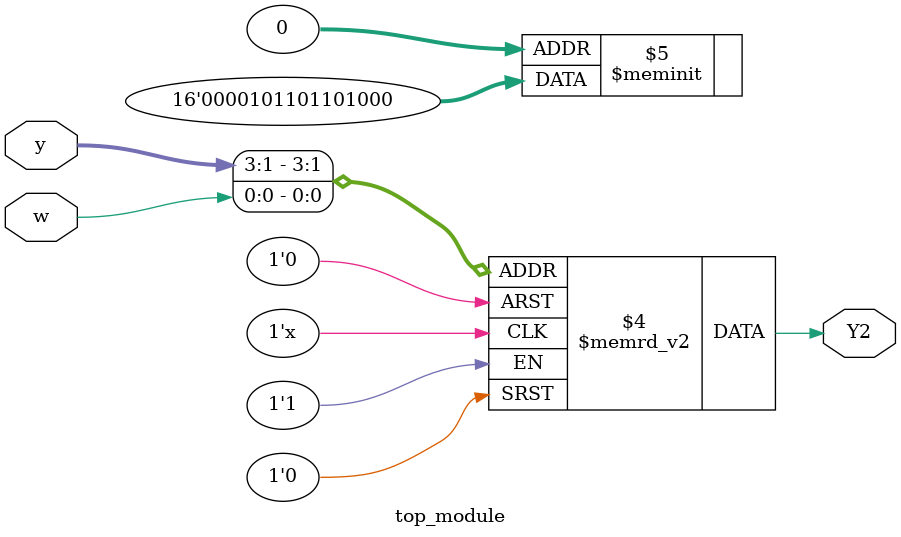
<source format=v>

module top_module(
    input [3:1] y,
    input w,
    output reg Y2
);

always @(*) begin
    case ({y[3:1], w})
        4'b000_0: Y2 = 0; // A (0) --0--> B
        4'b000_1: Y2 = 0; // A (0) --1--> A
        4'b001_0: Y2 = 0; // B (0) --0--> C
        4'b001_1: Y2 = 1; // B (0) --1--> D
        4'b010_0: Y2 = 0; // C (0) --0--> E
        4'b010_1: Y2 = 1; // C (0) --1--> D
        4'b011_0: Y2 = 1; // D (0) --0--> F
        4'b011_1: Y2 = 0; // D (0) --1--> A
        4'b100_0: Y2 = 1; // E (1) --0--> E
        4'b100_1: Y2 = 1; // E (1) --1--> D
        4'b101_0: Y2 = 0; // F (1) --0--> C
        4'b101_1: Y2 = 1; // F (1) --1--> D
        default: Y2 = 0;  // Default case
    endcase
end

endmodule

</source>
